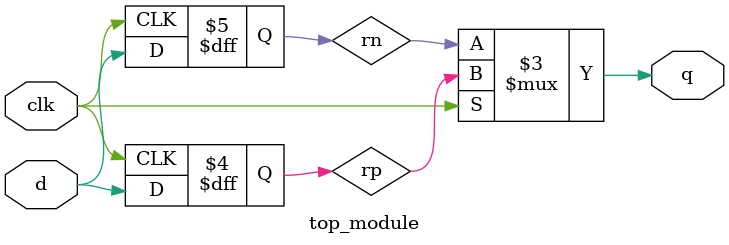
<source format=sv>
module top_module(
  input clk,
  input d,
  output q
);
  reg rp, rn;
  always @(negedge clk) begin
    rn <= d;
  end
  always @(posedge clk) begin
    rp <= d;
  end
  assign q = clk ? rp : rn;
endmodule

</source>
